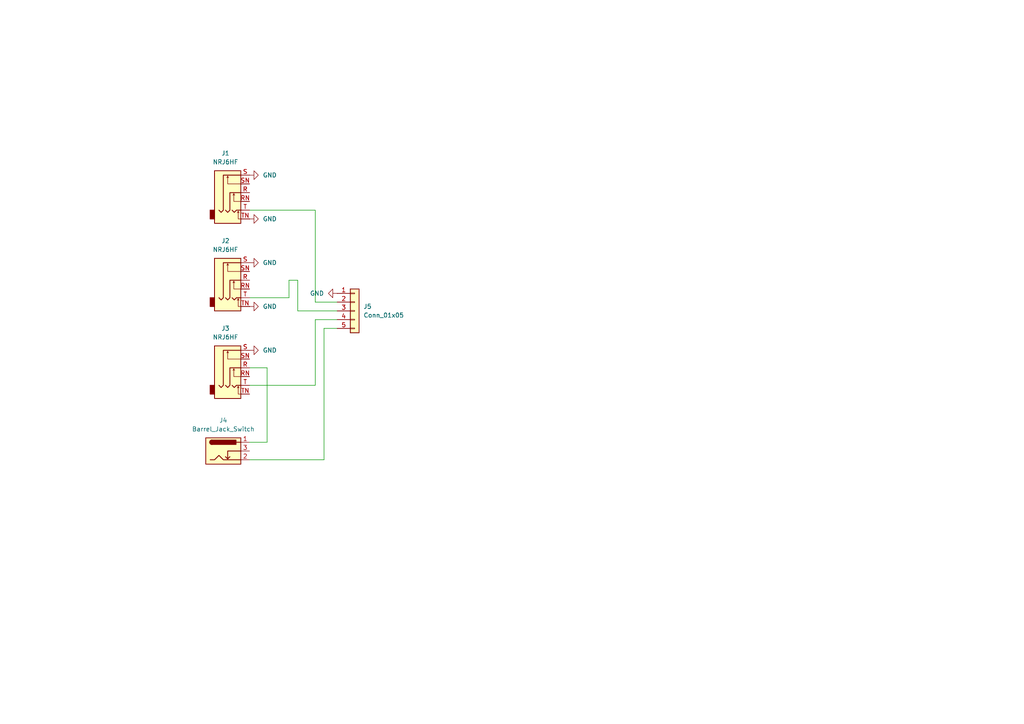
<source format=kicad_sch>
(kicad_sch (version 20231120) (generator "eeschema") (generator_version "8.0")
  (paper "A4")
  (lib_symbols
    (symbol "Connector:Barrel_Jack_Switch" (pin_names hide)
      (property "Reference" "J" (at 0 5.334 0))
      (property "Value" "Barrel_Jack_Switch" (at 0 -5.08 0))
      (symbol "Barrel_Jack_Switch_0_1"
        (rectangle (start -5.08 3.81) (end 5.08 -3.81) (stroke (width 0.254)) (fill (type background)))
        (arc (start -3.302 3.175) (mid -3.9343 2.54) (end -3.302 1.905) (stroke (width 0.254)))
        (arc (start -3.302 3.175) (mid -3.9343 2.54) (end -3.302 1.905) (stroke (width 0.254)) (fill (type outline)))
        (polyline (pts (xy 1.27 -2.286) (xy 1.905 -1.651)) (stroke (width 0.254)))
        (polyline (pts (xy 5.08 2.54) (xy 3.81 2.54)) (stroke (width 0.254)))
        (polyline (pts (xy 5.08 0) (xy 1.27 0) (xy 1.27 -2.286) (xy 0.635 -1.651)) (stroke (width 0.254)))
        (polyline (pts (xy -3.81 -2.54) (xy -2.54 -2.54) (xy -1.27 -1.27) (xy 0 -2.54) (xy 2.54 -2.54) (xy 5.08 -2.54)) (stroke (width 0.254)))
        (rectangle (start 3.683 3.175) (end -3.302 1.905) (stroke (width 0.254)) (fill (type outline)))
      )
      (symbol "Barrel_Jack_Switch_1_1"
        (pin passive line (at 7.62 2.54 180) (length 2.54) (name "~") (number "1"))
        (pin passive line (at 7.62 -2.54 180) (length 2.54) (name "~") (number "2"))
        (pin passive line (at 7.62 0 180) (length 2.54) (name "~") (number "3"))
      )
    )
    (symbol "Connector_Audio:NRJ6HF"
      (property "Reference" "J" (at 0 11.43 0))
      (property "Value" "NRJ6HF" (at 0 8.89 0))
      (symbol "NRJ6HF_0_1"
        (rectangle (start -5.08 -5.08) (end -6.35 -7.62) (stroke (width 0.254)) (fill (type outline)))
        (polyline (pts (xy -1.27 4.826) (xy -1.016 4.318)))
        (polyline (pts (xy 0.508 -0.254) (xy 0.762 -0.762)))
        (polyline (pts (xy 1.778 -5.334) (xy 2.032 -5.842)))
        (polyline (pts (xy 0 -5.08) (xy 0.635 -5.715) (xy 1.27 -5.08) (xy 2.54 -5.08)) (stroke (width 0.254)))
        (polyline (pts (xy 2.54 -7.62) (xy 1.778 -7.62) (xy 1.778 -5.334) (xy 1.524 -5.842)))
        (polyline (pts (xy 2.54 -2.54) (xy 0.508 -2.54) (xy 0.508 -0.254) (xy 0.254 -0.762)))
        (polyline (pts (xy 2.54 2.54) (xy -1.27 2.54) (xy -1.27 4.826) (xy -1.524 4.318)))
        (polyline (pts (xy -1.905 -5.08) (xy -1.27 -5.715) (xy -0.635 -5.08) (xy -0.635 0) (xy 2.54 0)) (stroke (width 0.254)))
        (polyline (pts (xy 2.54 5.08) (xy -2.54 5.08) (xy -2.54 -5.08) (xy -3.175 -5.715) (xy -3.81 -5.08)) (stroke (width 0.254)))
        (rectangle (start 2.54 6.35) (end -5.08 -8.89) (stroke (width 0.254)) (fill (type background)))
      )
      (symbol "NRJ6HF_1_1"
        (pin passive line (at 5.08 0 180) (length 2.54) (name "~") (number "R"))
        (pin passive line (at 5.08 -2.54 180) (length 2.54) (name "~") (number "RN"))
        (pin passive line (at 5.08 5.08 180) (length 2.54) (name "~") (number "S"))
        (pin passive line (at 5.08 2.54 180) (length 2.54) (name "~") (number "SN"))
        (pin passive line (at 5.08 -5.08 180) (length 2.54) (name "~") (number "T"))
        (pin passive line (at 5.08 -7.62 180) (length 2.54) (name "~") (number "TN"))
      )
    )
    (symbol "Connector_Generic:Conn_01x05" (pin_names (offset 1.016) hide)
      (property "Reference" "J" (at 0 7.62 0))
      (property "Value" "Conn_01x05" (at 0 -7.62 0))
      (symbol "Conn_01x05_1_1"
        (rectangle (start -1.27 -4.953) (end 0 -5.207) (stroke (width 0.1524)))
        (rectangle (start -1.27 -2.413) (end 0 -2.667) (stroke (width 0.1524)))
        (rectangle (start -1.27 0.127) (end 0 -0.127) (stroke (width 0.1524)))
        (rectangle (start -1.27 2.667) (end 0 2.413) (stroke (width 0.1524)))
        (rectangle (start -1.27 5.207) (end 0 4.953) (stroke (width 0.1524)))
        (rectangle (start -1.27 6.35) (end 1.27 -6.35) (stroke (width 0.254)) (fill (type background)))
        (pin passive line (at -5.08 5.08 0) (length 3.81) (name "Pin_1") (number "1"))
        (pin passive line (at -5.08 2.54 0) (length 3.81) (name "Pin_2") (number "2"))
        (pin passive line (at -5.08 0 0) (length 3.81) (name "Pin_3") (number "3"))
        (pin passive line (at -5.08 -2.54 0) (length 3.81) (name "Pin_4") (number "4"))
        (pin passive line (at -5.08 -5.08 0) (length 3.81) (name "Pin_5") (number "5"))
      )
    )
    (symbol "power:GND" (power) (pin_numbers hide) (pin_names (offset 0) hide)
      (property "Value" "GND" (at 0 -3.81 0))
      (symbol "GND_0_1"
        (polyline (pts (xy 0 0) (xy 0 -1.27) (xy 1.27 -1.27) (xy 0 -2.54) (xy -1.27 -1.27) (xy 0 -1.27)))
      )
      (symbol "GND_1_1"
        (pin power_in line (at 0 0 270) (length 0) (name "~") (number "1"))
      )
    )
  )
  (wire (pts (xy 91.44 87.63) (xy 91.44 60.96)))
  (wire (pts (xy 86.36 81.28) (xy 86.36 90.17)))
  (wire (pts (xy 72.39 111.76) (xy 91.44 111.76)))
  (wire (pts (xy 91.44 92.71) (xy 97.79 92.71)))
  (wire (pts (xy 97.79 87.63) (xy 91.44 87.63)))
  (wire (pts (xy 93.98 95.25) (xy 97.79 95.25)))
  (wire (pts (xy 72.39 60.96) (xy 91.44 60.96)))
  (wire (pts (xy 93.98 133.35) (xy 93.98 95.25)))
  (wire (pts (xy 91.44 111.76) (xy 91.44 92.71)))
  (wire (pts (xy 72.39 133.35) (xy 93.98 133.35)))
  (wire (pts (xy 83.82 86.36) (xy 83.82 81.28)))
  (wire (pts (xy 72.39 128.27) (xy 77.47 128.27)))
  (wire (pts (xy 72.39 86.36) (xy 83.82 86.36)))
  (wire (pts (xy 83.82 81.28) (xy 86.36 81.28)))
  (wire (pts (xy 72.39 106.68) (xy 77.47 106.68)))
  (wire (pts (xy 86.36 90.17) (xy 97.79 90.17)))
  (wire (pts (xy 77.47 128.27) (xy 77.47 106.68)))
  (symbol (lib_id "Connector_Generic:Conn_01x05") (at 102.87 90.17 0) (unit 1)
    (property "Reference" "J5" (at 105.41 88.8999 0) (effects (justify left)))
    (property "Value" "Conn_01x05" (at 105.41 91.4399 0) (effects (justify left)))
    (property "Footprint" "Connector_PinHeader_2.00mm:PinHeader_1x05_P2.00mm_Vertical" (effects (hide yes)))
    (property "Description" "Generic connector, single row, 01x05, script generated (kicad-library-utils/schlib/autogen/connector/)" (effects (hide yes)))
  )
  (symbol (lib_id "Connector_Audio:NRJ6HF") (at 67.31 106.68 0) (unit 1)
    (property "Reference" "J3" (at 65.405 95.25 0))
    (property "Value" "NRJ6HF" (at 65.405 97.79 0))
    (property "Footprint" "Connector_Audio:Jack_6.35mm_Neutrik_NRJ6HF_Horizontal" (effects (hide yes)))
    (property "Datasheet" "https://www.neutrik.com/en/product/nrj6hf" (effects (hide yes)))
    (property "Description" "Slim Jacks, 6.35mm (1/4in) stereo jack, switched, fully threaded nose" (effects (hide yes)))
  )
  (symbol (lib_id "Connector_Audio:NRJ6HF") (at 67.31 55.88 0) (unit 1)
    (property "Reference" "J1" (at 65.405 44.45 0))
    (property "Value" "NRJ6HF" (at 65.405 46.99 0))
    (property "Footprint" "Connector_Audio:Jack_6.35mm_Neutrik_NRJ6HF_Horizontal" (effects (hide yes)))
    (property "Datasheet" "https://www.neutrik.com/en/product/nrj6hf" (effects (hide yes)))
    (property "Description" "Slim Jacks, 6.35mm (1/4in) stereo jack, switched, fully threaded nose" (effects (hide yes)))
  )
  (symbol (lib_id "power:GND") (at 72.39 63.5 90) (unit 1)
    (property "Reference" "#PWR01" (effects (hide yes)))
    (property "Value" "GND" (at 76.2 63.4999 90) (effects (justify right)))
    (property "Description" "Power symbol creates a global label with name \"GND\" , ground" (effects (hide yes)))
  )
  (symbol (lib_id "power:GND") (at 72.39 88.9 90) (unit 1)
    (property "Reference" "#PWR04" (effects (hide yes)))
    (property "Value" "GND" (at 76.2 88.8999 90) (effects (justify right)))
    (property "Description" "Power symbol creates a global label with name \"GND\" , ground" (effects (hide yes)))
  )
  (symbol (lib_id "Connector_Audio:NRJ6HF") (at 67.31 81.28 0) (unit 1)
    (property "Reference" "J2" (at 65.405 69.85 0))
    (property "Value" "NRJ6HF" (at 65.405 72.39 0))
    (property "Footprint" "Connector_Audio:Jack_6.35mm_Neutrik_NRJ6HF_Horizontal" (effects (hide yes)))
    (property "Datasheet" "https://www.neutrik.com/en/product/nrj6hf" (effects (hide yes)))
    (property "Description" "Slim Jacks, 6.35mm (1/4in) stereo jack, switched, fully threaded nose" (effects (hide yes)))
  )
  (symbol (lib_id "power:GND") (at 72.39 50.8 90) (unit 1)
    (property "Reference" "#PWR02" (effects (hide yes)))
    (property "Value" "GND" (at 76.2 50.7999 90) (effects (justify right)))
    (property "Description" "Power symbol creates a global label with name \"GND\" , ground" (effects (hide yes)))
  )
  (symbol (lib_id "power:GND") (at 97.79 85.09 270) (unit 1)
    (property "Reference" "#PWR06" (effects (hide yes)))
    (property "Value" "GND" (at 93.98 85.0899 90) (effects (justify right)))
    (property "Description" "Power symbol creates a global label with name \"GND\" , ground" (effects (hide yes)))
  )
  (symbol (lib_id "Connector:Barrel_Jack_Switch") (at 64.77 130.81 0) (unit 1)
    (property "Reference" "J4" (at 64.77 121.92 0))
    (property "Value" "Barrel_Jack_Switch" (at 64.77 124.46 0))
    (property "Footprint" "Connector_BarrelJack:BarrelJack_Kycon_KLDX-0202-xC_Horizontal" (effects (hide yes)))
    (property "Description" "DC Barrel Jack with an internal switch" (effects (hide yes)))
  )
  (symbol (lib_id "power:GND") (at 72.39 101.6 90) (unit 1)
    (property "Reference" "#PWR05" (effects (hide yes)))
    (property "Value" "GND" (at 76.2 101.5999 90) (effects (justify right)))
    (property "Description" "Power symbol creates a global label with name \"GND\" , ground" (effects (hide yes)))
  )
  (symbol (lib_id "power:GND") (at 72.39 76.2 90) (unit 1)
    (property "Reference" "#PWR03" (effects (hide yes)))
    (property "Value" "GND" (at 76.2 76.1999 90) (effects (justify right)))
    (property "Description" "Power symbol creates a global label with name \"GND\" , ground" (effects (hide yes)))
  )
)
</source>
